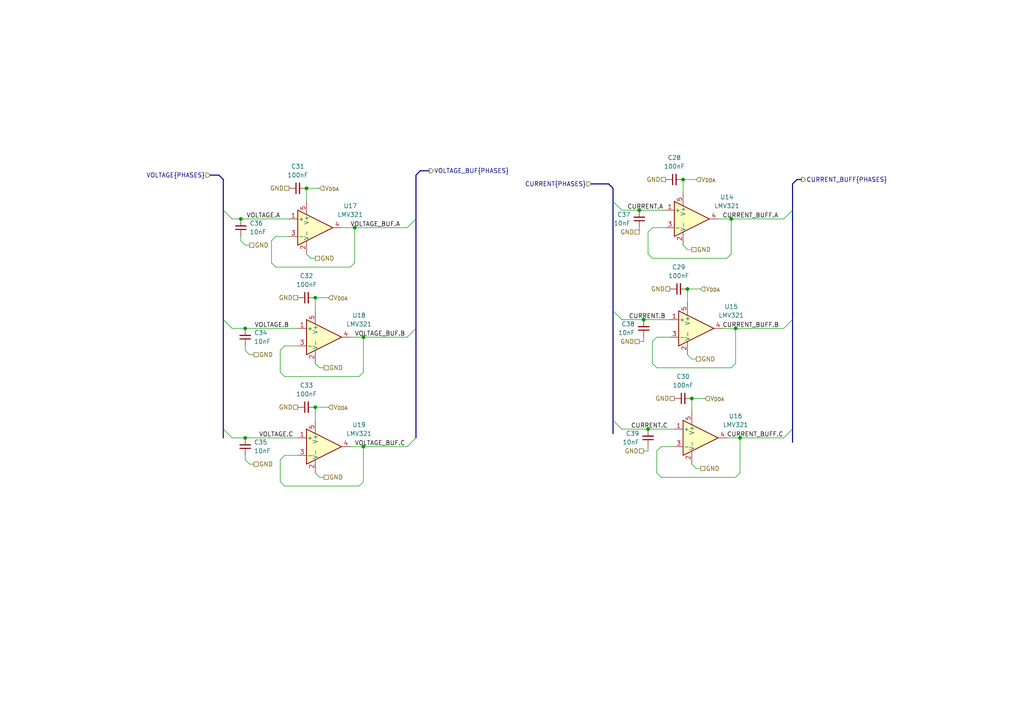
<source format=kicad_sch>
(kicad_sch (version 20231120) (generator "eeschema") (generator_version "8.0")
  (paper "A4")
  (title_block (date "2024-06-06") (rev "1") (company "Crab Labs") (comment 1 "Author: Orion Serup") (comment 2 "License: CERN-OHW-W-2.0"))
  (lib_symbols
    (symbol "Amplifier_Operational:LMV321" (pin_names (offset 0.127))
      (property "Reference" "U" (at 0 5.08 0))
      (property "Value" "LMV321" (at 0 -5.08 0))
      (symbol "LMV321_0_1"
        (polyline (pts (xy -5.08 5.08) (xy 5.08 0) (xy -5.08 -5.08) (xy -5.08 5.08)) (stroke (width 0.254)) (fill (type background)))
        (pin power_in line (at -2.54 -7.62 90) (length 3.81) (name "V-") (number "2"))
        (pin power_in line (at -2.54 7.62 270) (length 3.81) (name "V+") (number "5"))
      )
      (symbol "LMV321_1_1"
        (pin input line (at -7.62 2.54 0) (length 2.54) (name "+") (number "1"))
        (pin input line (at -7.62 -2.54 0) (length 2.54) (name "-") (number "3"))
        (pin output line (at 7.62 0 180) (length 2.54) (name "~") (number "4"))
      )
    )
    (symbol "Device:C_Small" (pin_numbers hide) (pin_names (offset 0.254) hide)
      (property "Reference" "C" (at 0.254 1.778 0))
      (property "Value" "C_Small" (at 0.254 -2.032 0))
      (symbol "C_Small_0_1"
        (polyline (pts (xy -1.524 -0.508) (xy 1.524 -0.508)) (stroke (width 0.3302)))
        (polyline (pts (xy -1.524 0.508) (xy 1.524 0.508)) (stroke (width 0.3048)))
      )
      (symbol "C_Small_1_1"
        (pin passive line (at 0 2.54 270) (length 2.032) (name "~") (number "1"))
        (pin passive line (at 0 -2.54 90) (length 2.032) (name "~") (number "2"))
      )
    )
  )
  (junction (at 71.12 127))
  (junction (at 105.41 129.54))
  (junction (at 102.87 66.04))
  (junction (at 200.66 115.57))
  (junction (at 198.12 52.07))
  (junction (at 199.39 83.82))
  (junction (at 88.9 54.61))
  (junction (at 69.85 63.5))
  (junction (at 71.12 95.25))
  (junction (at 213.36 95.25))
  (junction (at 214.63 127))
  (junction (at 91.44 86.36))
  (junction (at 187.96 124.46))
  (junction (at 212.09 63.5))
  (junction (at 185.42 60.96))
  (junction (at 186.69 92.71))
  (junction (at 105.41 97.79))
  (junction (at 91.44 118.11))
  (bus_entry (at 64.77 124.46) (size 2.54 2.54))
  (bus_entry (at 64.77 92.71) (size 2.54 2.54))
  (bus_entry (at 229.87 124.46) (size -2.54 2.54))
  (bus_entry (at 120.65 127) (size -2.54 2.54))
  (bus_entry (at 177.8 121.92) (size 2.54 2.54))
  (bus_entry (at 229.87 92.71) (size -2.54 2.54))
  (bus_entry (at 229.87 60.96) (size -2.54 2.54))
  (bus_entry (at 120.65 95.25) (size -2.54 2.54))
  (bus_entry (at 120.65 63.5) (size -2.54 2.54))
  (bus_entry (at 177.8 90.17) (size 2.54 2.54))
  (bus_entry (at 64.77 60.96) (size 2.54 2.54))
  (bus_entry (at 177.8 58.42) (size 2.54 2.54))
  (wire (pts (xy 82.55 109.22) (xy 104.14 109.22)))
  (wire (pts (xy 102.87 66.04) (xy 102.87 76.2)))
  (bus (pts (xy 64.77 92.71) (xy 64.77 124.46)))
  (wire (pts (xy 212.09 63.5) (xy 212.09 73.66)))
  (wire (pts (xy 200.66 115.57) (xy 204.47 115.57)))
  (wire (pts (xy 80.01 77.47) (xy 101.6 77.47)))
  (wire (pts (xy 189.23 66.04) (xy 187.96 67.31)))
  (wire (pts (xy 67.31 95.25) (xy 71.12 95.25)))
  (wire (pts (xy 199.39 72.39) (xy 198.12 71.12)))
  (wire (pts (xy 92.71 106.68) (xy 91.44 105.41)))
  (wire (pts (xy 91.44 118.11) (xy 91.44 121.92)))
  (wire (pts (xy 105.41 129.54) (xy 118.11 129.54)))
  (wire (pts (xy 71.12 100.33) (xy 71.12 101.6)))
  (wire (pts (xy 199.39 83.82) (xy 199.39 87.63)))
  (bus (pts (xy 177.8 90.17) (xy 177.8 121.92)))
  (wire (pts (xy 185.42 66.04) (xy 185.42 67.31)))
  (wire (pts (xy 195.58 129.54) (xy 191.77 129.54)))
  (bus (pts (xy 229.87 124.46) (xy 229.87 128.27)))
  (wire (pts (xy 105.41 97.79) (xy 118.11 97.79)))
  (wire (pts (xy 201.93 135.89) (xy 200.66 134.62)))
  (wire (pts (xy 200.66 104.14) (xy 199.39 102.87)))
  (wire (pts (xy 81.28 101.6) (xy 81.28 107.95)))
  (wire (pts (xy 212.09 63.5) (xy 227.33 63.5)))
  (wire (pts (xy 99.06 66.04) (xy 102.87 66.04)))
  (bus (pts (xy 64.77 52.07) (xy 64.77 60.96)))
  (wire (pts (xy 180.34 124.46) (xy 187.96 124.46)))
  (wire (pts (xy 102.87 66.04) (xy 118.11 66.04)))
  (wire (pts (xy 213.36 138.43) (xy 214.63 137.16)))
  (wire (pts (xy 193.04 66.04) (xy 189.23 66.04)))
  (wire (pts (xy 185.42 99.06) (xy 186.69 99.06)))
  (wire (pts (xy 101.6 129.54) (xy 105.41 129.54)))
  (bus (pts (xy 120.65 63.5) (xy 120.65 95.25)))
  (wire (pts (xy 67.31 63.5) (xy 69.85 63.5)))
  (wire (pts (xy 81.28 133.35) (xy 81.28 139.7)))
  (bus (pts (xy 171.45 53.34) (xy 176.53 53.34)))
  (wire (pts (xy 71.12 95.25) (xy 86.36 95.25)))
  (wire (pts (xy 213.36 95.25) (xy 213.36 105.41)))
  (wire (pts (xy 73.66 134.62) (xy 72.39 134.62)))
  (wire (pts (xy 214.63 127) (xy 227.33 127)))
  (wire (pts (xy 201.93 104.14) (xy 200.66 104.14)))
  (wire (pts (xy 187.96 73.66) (xy 189.23 74.93)))
  (wire (pts (xy 187.96 124.46) (xy 195.58 124.46)))
  (wire (pts (xy 78.74 69.85) (xy 78.74 76.2)))
  (bus (pts (xy 231.14 52.07) (xy 232.41 52.07)))
  (wire (pts (xy 91.44 118.11) (xy 95.25 118.11)))
  (bus (pts (xy 64.77 124.46) (xy 64.77 127)))
  (wire (pts (xy 71.12 132.08) (xy 71.12 133.35)))
  (wire (pts (xy 91.44 74.93) (xy 90.17 74.93)))
  (wire (pts (xy 80.01 68.58) (xy 78.74 69.85)))
  (bus (pts (xy 120.65 50.8) (xy 120.65 63.5)))
  (wire (pts (xy 88.9 54.61) (xy 88.9 58.42)))
  (wire (pts (xy 69.85 63.5) (xy 83.82 63.5)))
  (wire (pts (xy 93.98 138.43) (xy 92.71 138.43)))
  (wire (pts (xy 93.98 106.68) (xy 92.71 106.68)))
  (wire (pts (xy 187.96 67.31) (xy 187.96 73.66)))
  (wire (pts (xy 189.23 99.06) (xy 189.23 105.41)))
  (wire (pts (xy 105.41 129.54) (xy 105.41 139.7)))
  (bus (pts (xy 229.87 60.96) (xy 229.87 92.71)))
  (wire (pts (xy 189.23 105.41) (xy 190.5 106.68)))
  (wire (pts (xy 212.09 106.68) (xy 213.36 105.41)))
  (wire (pts (xy 191.77 129.54) (xy 190.5 130.81)))
  (wire (pts (xy 190.5 106.68) (xy 212.09 106.68)))
  (wire (pts (xy 194.31 97.79) (xy 190.5 97.79)))
  (wire (pts (xy 105.41 97.79) (xy 105.41 107.95)))
  (wire (pts (xy 200.66 115.57) (xy 200.66 119.38)))
  (bus (pts (xy 229.87 53.34) (xy 229.87 60.96)))
  (wire (pts (xy 199.39 83.82) (xy 203.2 83.82)))
  (wire (pts (xy 72.39 102.87) (xy 71.12 101.6)))
  (wire (pts (xy 190.5 130.81) (xy 190.5 137.16)))
  (wire (pts (xy 91.44 86.36) (xy 95.25 86.36)))
  (wire (pts (xy 86.36 100.33) (xy 82.55 100.33)))
  (wire (pts (xy 214.63 127) (xy 214.63 137.16)))
  (bus (pts (xy 176.53 53.34) (xy 177.8 54.61)))
  (wire (pts (xy 90.17 74.93) (xy 88.9 73.66)))
  (wire (pts (xy 78.74 76.2) (xy 80.01 77.47)))
  (wire (pts (xy 190.5 137.16) (xy 191.77 138.43)))
  (wire (pts (xy 189.23 74.93) (xy 210.82 74.93)))
  (wire (pts (xy 104.14 140.97) (xy 105.41 139.7)))
  (bus (pts (xy 121.92 49.53) (xy 120.65 50.8)))
  (wire (pts (xy 208.28 63.5) (xy 212.09 63.5)))
  (wire (pts (xy 82.55 140.97) (xy 104.14 140.97)))
  (wire (pts (xy 82.55 132.08) (xy 81.28 133.35)))
  (wire (pts (xy 200.66 72.39) (xy 199.39 72.39)))
  (wire (pts (xy 186.69 97.79) (xy 186.69 99.06)))
  (wire (pts (xy 67.31 127) (xy 71.12 127)))
  (wire (pts (xy 180.34 60.96) (xy 185.42 60.96)))
  (wire (pts (xy 191.77 138.43) (xy 213.36 138.43)))
  (wire (pts (xy 210.82 74.93) (xy 212.09 73.66)))
  (wire (pts (xy 190.5 97.79) (xy 189.23 99.06)))
  (wire (pts (xy 81.28 139.7) (xy 82.55 140.97)))
  (wire (pts (xy 69.85 68.58) (xy 69.85 69.85)))
  (bus (pts (xy 64.77 60.96) (xy 64.77 92.71)))
  (wire (pts (xy 72.39 134.62) (xy 71.12 133.35)))
  (wire (pts (xy 187.96 129.54) (xy 187.96 130.81)))
  (wire (pts (xy 71.12 71.12) (xy 69.85 69.85)))
  (bus (pts (xy 231.14 52.07) (xy 229.87 53.34)))
  (wire (pts (xy 203.2 135.89) (xy 201.93 135.89)))
  (bus (pts (xy 177.8 121.92) (xy 177.8 125.73)))
  (wire (pts (xy 180.34 92.71) (xy 186.69 92.71)))
  (wire (pts (xy 210.82 127) (xy 214.63 127)))
  (bus (pts (xy 63.5 50.8) (xy 64.77 52.07)))
  (wire (pts (xy 73.66 102.87) (xy 72.39 102.87)))
  (wire (pts (xy 86.36 132.08) (xy 82.55 132.08)))
  (wire (pts (xy 71.12 127) (xy 86.36 127)))
  (bus (pts (xy 60.96 50.8) (xy 63.5 50.8)))
  (wire (pts (xy 81.28 107.95) (xy 82.55 109.22)))
  (bus (pts (xy 177.8 54.61) (xy 177.8 58.42)))
  (wire (pts (xy 209.55 95.25) (xy 213.36 95.25)))
  (bus (pts (xy 124.46 49.53) (xy 121.92 49.53)))
  (wire (pts (xy 92.71 138.43) (xy 91.44 137.16)))
  (wire (pts (xy 186.69 92.71) (xy 194.31 92.71)))
  (wire (pts (xy 198.12 52.07) (xy 198.12 55.88)))
  (wire (pts (xy 88.9 54.61) (xy 92.71 54.61)))
  (wire (pts (xy 101.6 77.47) (xy 102.87 76.2)))
  (wire (pts (xy 83.82 68.58) (xy 80.01 68.58)))
  (wire (pts (xy 91.44 86.36) (xy 91.44 90.17)))
  (wire (pts (xy 104.14 109.22) (xy 105.41 107.95)))
  (bus (pts (xy 177.8 58.42) (xy 177.8 90.17)))
  (wire (pts (xy 101.6 97.79) (xy 105.41 97.79)))
  (bus (pts (xy 229.87 92.71) (xy 229.87 124.46)))
  (wire (pts (xy 198.12 52.07) (xy 201.93 52.07)))
  (wire (pts (xy 186.69 130.81) (xy 187.96 130.81)))
  (wire (pts (xy 213.36 95.25) (xy 227.33 95.25)))
  (wire (pts (xy 72.39 71.12) (xy 71.12 71.12)))
  (bus (pts (xy 120.65 95.25) (xy 120.65 127)))
  (wire (pts (xy 185.42 60.96) (xy 193.04 60.96)))
  (wire (pts (xy 82.55 100.33) (xy 81.28 101.6)))
  (label "VOLTAGE.C" (at 85.09 127 180))
  (label "VOLTAGE_BUF.A" (at 101.6 66.04 0))
  (label "VOLTAGE.A" (at 81.28 63.5 180))
  (label "CURRENT_BUFF.B" (at 209.55 95.25 0))
  (label "CURRENT.C" (at 193.675 124.46 180))
  (label "VOLTAGE_BUF.C" (at 102.87 129.54 0))
  (label "CURRENT_BUFF.A" (at 209.55 63.5 0))
  (label "VOLTAGE.B" (at 83.82 95.25 180))
  (label "CURRENT_BUFF.C" (at 210.82 127 0))
  (label "VOLTAGE_BUF.B" (at 102.87 97.79 0))
  (label "CURRENT.A" (at 192.405 60.96 180))
  (label "CURRENT.B" (at 193.04 92.71 180))
  (hierarchical_label "CURRENT_BUFF{PHASES}" (shape output) (at 232.41 52.07 0))
  (hierarchical_label "GND" (shape passive) (at 201.93 104.14 0))
  (hierarchical_label "GND" (shape passive) (at 72.39 71.12 0))
  (hierarchical_label "GND" (shape passive) (at 86.36 118.11 180))
  (hierarchical_label "GND" (shape passive) (at 185.42 67.31 180))
  (hierarchical_label "GND" (shape passive) (at 185.42 99.06 180))
  (hierarchical_label "VOLTAGE{PHASES}" (shape input) (at 60.96 50.8 180))
  (hierarchical_label "GND" (shape passive) (at 91.44 74.93 0))
  (hierarchical_label "V_{DDA}" (shape input) (at 201.93 52.07 0))
  (hierarchical_label "GND" (shape passive) (at 73.66 102.87 0))
  (hierarchical_label "VOLTAGE_BUF{PHASES}" (shape output) (at 124.46 49.53 0))
  (hierarchical_label "GND" (shape passive) (at 86.36 86.36 180))
  (hierarchical_label "V_{DDA}" (shape input) (at 92.71 54.61 0))
  (hierarchical_label "CURRENT{PHASES}" (shape input) (at 171.45 53.34 180))
  (hierarchical_label "GND" (shape passive) (at 195.58 115.57 180))
  (hierarchical_label "V_{DDA}" (shape input) (at 95.25 86.36 0))
  (hierarchical_label "GND" (shape passive) (at 93.98 106.68 0))
  (hierarchical_label "GND" (shape passive) (at 83.82 54.61 180))
  (hierarchical_label "GND" (shape passive) (at 186.69 130.81 180))
  (hierarchical_label "GND" (shape passive) (at 200.66 72.39 0))
  (hierarchical_label "GND" (shape passive) (at 73.66 134.62 0))
  (hierarchical_label "V_{DDA}" (shape input) (at 203.2 83.82 0))
  (hierarchical_label "GND" (shape passive) (at 93.98 138.43 0))
  (hierarchical_label "GND" (shape passive) (at 194.31 83.82 180))
  (hierarchical_label "V_{DDA}" (shape input) (at 95.25 118.11 0))
  (hierarchical_label "GND" (shape passive) (at 203.2 135.89 0))
  (hierarchical_label "V_{DDA}" (shape input) (at 204.47 115.57 0))
  (hierarchical_label "GND" (shape passive) (at 193.04 52.07 180))
  (symbol (lib_id "Amplifier_Operational:LMV321") (at 91.44 66.04 0) (unit 1)
    (property "Reference" "U17" (at 101.6 59.7214 0))
    (property "Value" "LMV321" (at 101.6 62.2614 0))
    (property "Footprint" "Package_TO_SOT_SMD:SOT-353_SC-70-5" (effects (hide yes)))
    (property "Datasheet" "http://www.ti.com/lit/ds/symlink/lmv324.pdf" (effects (hide yes)))
    (property "Description" "Low-Voltage Rail-to-Rail Output Operational Amplifiers, SOT-23-5/SC-70-5" (effects (hide yes)))
  )
  (symbol (lib_id "Device:C_Small") (at 186.69 95.25 0) (mirror x) (unit 1)
    (property "Reference" "C38" (at 184.15 93.9735 0) (effects (justify right)))
    (property "Value" "10nF" (at 184.15 96.5135 0) (effects (justify right)))
    (property "Footprint" "Capacitor_SMD:C_0402_1005Metric" (effects (hide yes)))
    (property "Description" "Unpolarized capacitor, small symbol" (effects (hide yes)))
  )
  (symbol (lib_id "Device:C_Small") (at 86.36 54.61 90) (unit 1)
    (property "Reference" "C31" (at 86.3663 48.26 90))
    (property "Value" "100nF" (at 86.3663 50.8 90))
    (property "Footprint" "Capacitor_SMD:C_0402_1005Metric" (effects (hide yes)))
    (property "Description" "Unpolarized capacitor, small symbol" (effects (hide yes)))
  )
  (symbol (lib_id "Device:C_Small") (at 187.96 127 0) (mirror x) (unit 1)
    (property "Reference" "C39" (at 185.42 125.7235 0) (effects (justify right)))
    (property "Value" "10nF" (at 185.42 128.2635 0) (effects (justify right)))
    (property "Footprint" "Capacitor_SMD:C_0402_1005Metric" (effects (hide yes)))
    (property "Description" "Unpolarized capacitor, small symbol" (effects (hide yes)))
  )
  (symbol (lib_id "Amplifier_Operational:LMV321") (at 201.93 95.25 0) (unit 1)
    (property "Reference" "U15" (at 212.09 88.9314 0))
    (property "Value" "LMV321" (at 212.09 91.4714 0))
    (property "Footprint" "Package_TO_SOT_SMD:SOT-353_SC-70-5" (effects (hide yes)))
    (property "Datasheet" "http://www.ti.com/lit/ds/symlink/lmv324.pdf" (effects (hide yes)))
    (property "Description" "Low-Voltage Rail-to-Rail Output Operational Amplifiers, SOT-23-5/SC-70-5" (effects (hide yes)))
  )
  (symbol (lib_id "Device:C_Small") (at 88.9 118.11 90) (unit 1)
    (property "Reference" "C33" (at 88.9063 111.76 90))
    (property "Value" "100nF" (at 88.9063 114.3 90))
    (property "Footprint" "Capacitor_SMD:C_0402_1005Metric" (effects (hide yes)))
    (property "Description" "Unpolarized capacitor, small symbol" (effects (hide yes)))
  )
  (symbol (lib_id "Device:C_Small") (at 185.42 63.5 0) (mirror x) (unit 1)
    (property "Reference" "C37" (at 182.88 62.2235 0) (effects (justify right)))
    (property "Value" "10nF" (at 182.88 64.7635 0) (effects (justify right)))
    (property "Footprint" "Capacitor_SMD:C_0402_1005Metric" (effects (hide yes)))
    (property "Description" "Unpolarized capacitor, small symbol" (effects (hide yes)))
  )
  (symbol (lib_id "Amplifier_Operational:LMV321") (at 93.98 129.54 0) (unit 1)
    (property "Reference" "U19" (at 104.14 123.2214 0))
    (property "Value" "LMV321" (at 104.14 125.7614 0))
    (property "Footprint" "Package_TO_SOT_SMD:SOT-353_SC-70-5" (effects (hide yes)))
    (property "Datasheet" "http://www.ti.com/lit/ds/symlink/lmv324.pdf" (effects (hide yes)))
    (property "Description" "Low-Voltage Rail-to-Rail Output Operational Amplifiers, SOT-23-5/SC-70-5" (effects (hide yes)))
  )
  (symbol (lib_id "Amplifier_Operational:LMV321") (at 200.66 63.5 0) (unit 1)
    (property "Reference" "U14" (at 210.82 57.1814 0))
    (property "Value" "LMV321" (at 210.82 59.7214 0))
    (property "Footprint" "Package_TO_SOT_SMD:SOT-353_SC-70-5" (effects (hide yes)))
    (property "Datasheet" "http://www.ti.com/lit/ds/symlink/lmv324.pdf" (effects (hide yes)))
    (property "Description" "Low-Voltage Rail-to-Rail Output Operational Amplifiers, SOT-23-5/SC-70-5" (effects (hide yes)))
  )
  (symbol (lib_id "Device:C_Small") (at 69.85 66.04 180) (unit 1)
    (property "Reference" "C36" (at 72.39 64.7635 0) (effects (justify right)))
    (property "Value" "10nF" (at 72.39 67.3035 0) (effects (justify right)))
    (property "Footprint" "Capacitor_SMD:C_0402_1005Metric" (effects (hide yes)))
    (property "Description" "Unpolarized capacitor, small symbol" (effects (hide yes)))
  )
  (symbol (lib_id "Amplifier_Operational:LMV321") (at 203.2 127 0) (unit 1)
    (property "Reference" "U16" (at 213.36 120.6814 0))
    (property "Value" "LMV321" (at 213.36 123.2214 0))
    (property "Footprint" "Package_TO_SOT_SMD:SOT-353_SC-70-5" (effects (hide yes)))
    (property "Datasheet" "http://www.ti.com/lit/ds/symlink/lmv324.pdf" (effects (hide yes)))
    (property "Description" "Low-Voltage Rail-to-Rail Output Operational Amplifiers, SOT-23-5/SC-70-5" (effects (hide yes)))
  )
  (symbol (lib_id "Device:C_Small") (at 71.12 129.54 180) (unit 1)
    (property "Reference" "C35" (at 73.66 128.2635 0) (effects (justify right)))
    (property "Value" "10nF" (at 73.66 130.8035 0) (effects (justify right)))
    (property "Footprint" "Capacitor_SMD:C_0402_1005Metric" (effects (hide yes)))
    (property "Description" "Unpolarized capacitor, small symbol" (effects (hide yes)))
  )
  (symbol (lib_id "Amplifier_Operational:LMV321") (at 93.98 97.79 0) (unit 1)
    (property "Reference" "U18" (at 104.14 91.4714 0))
    (property "Value" "LMV321" (at 104.14 94.0114 0))
    (property "Footprint" "Package_TO_SOT_SMD:SOT-353_SC-70-5" (effects (hide yes)))
    (property "Datasheet" "http://www.ti.com/lit/ds/symlink/lmv324.pdf" (effects (hide yes)))
    (property "Description" "Low-Voltage Rail-to-Rail Output Operational Amplifiers, SOT-23-5/SC-70-5" (effects (hide yes)))
  )
  (symbol (lib_id "Device:C_Small") (at 71.12 97.79 180) (unit 1)
    (property "Reference" "C34" (at 73.66 96.5135 0) (effects (justify right)))
    (property "Value" "10nF" (at 73.66 99.0535 0) (effects (justify right)))
    (property "Footprint" "Capacitor_SMD:C_0402_1005Metric" (effects (hide yes)))
    (property "Description" "Unpolarized capacitor, small symbol" (effects (hide yes)))
  )
  (symbol (lib_id "Device:C_Small") (at 88.9 86.36 90) (unit 1)
    (property "Reference" "C32" (at 88.9063 80.01 90))
    (property "Value" "100nF" (at 88.9063 82.55 90))
    (property "Footprint" "Capacitor_SMD:C_0402_1005Metric" (effects (hide yes)))
    (property "Description" "Unpolarized capacitor, small symbol" (effects (hide yes)))
  )
  (symbol (lib_id "Device:C_Small") (at 198.12 115.57 90) (unit 1)
    (property "Reference" "C30" (at 198.1263 109.22 90))
    (property "Value" "100nF" (at 198.1263 111.76 90))
    (property "Footprint" "Capacitor_SMD:C_0402_1005Metric" (effects (hide yes)))
    (property "Description" "Unpolarized capacitor, small symbol" (effects (hide yes)))
  )
  (symbol (lib_id "Device:C_Small") (at 195.58 52.07 90) (unit 1)
    (property "Reference" "C28" (at 195.5863 45.72 90))
    (property "Value" "100nF" (at 195.5863 48.26 90))
    (property "Footprint" "Capacitor_SMD:C_0402_1005Metric" (effects (hide yes)))
    (property "Description" "Unpolarized capacitor, small symbol" (effects (hide yes)))
  )
  (symbol (lib_id "Device:C_Small") (at 196.85 83.82 90) (unit 1)
    (property "Reference" "C29" (at 196.8563 77.47 90))
    (property "Value" "100nF" (at 196.8563 80.01 90))
    (property "Footprint" "Capacitor_SMD:C_0402_1005Metric" (effects (hide yes)))
    (property "Description" "Unpolarized capacitor, small symbol" (effects (hide yes)))
  )
)
</source>
